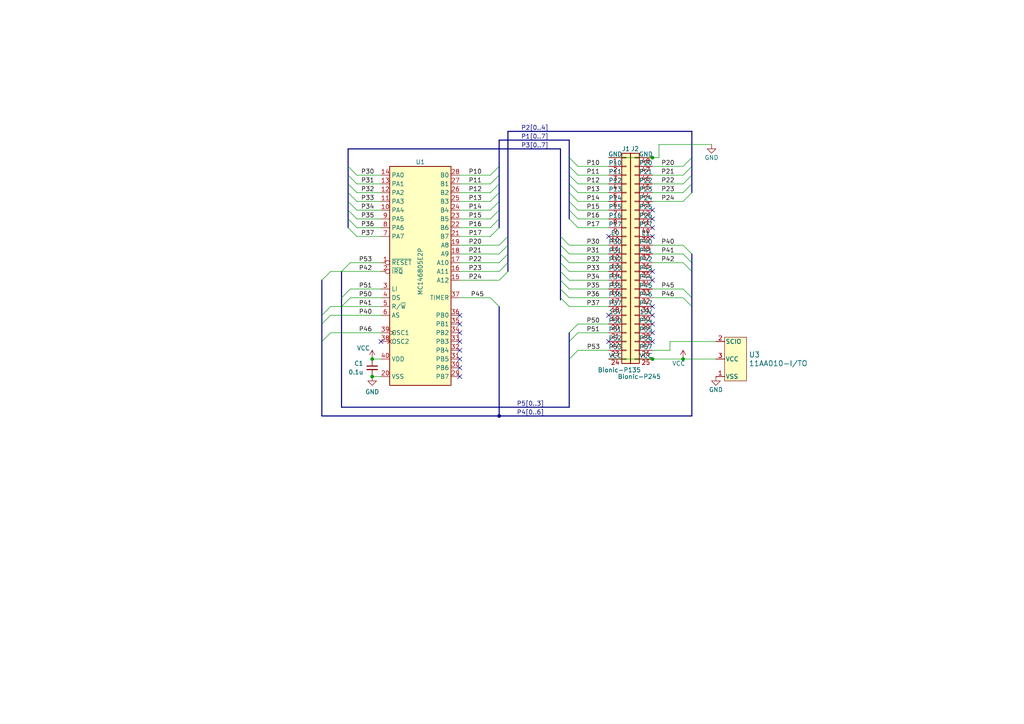
<source format=kicad_sch>
(kicad_sch (version 20230121) (generator eeschema)
  (paper "A4")
  (title_block (title "BionicMC146805E2") (date "2024-03-16") (rev "5") (company "Tadashi G. Takaoka"))
  (lib_symbols
    (symbol "0-LocalLibrary:11AA010-I_TO" (pin_names (offset 0.254))
      (property "Reference" "U" (at 2.54 1.27 0))
      (property "Value" "11AA010-I/TO" (at 3.81 -13.97 0))
      (symbol "11AA010-I_TO_1_1"
        (rectangle (start 0 0) (end 6.35 -12.7) (fill (type background)))
        (pin power_in line (at -2.54 -11.43 0) (length 2.54) (name "VSS") (number "1"))
        (pin bidirectional line (at -2.54 -1.27 0) (length 2.54) (name "SCIO") (number "2"))
        (pin power_in line (at -2.54 -6.35 0) (length 2.54) (name "VCC") (number "3"))
      )
    )
    (symbol "0-LocalLibrary:Bionic-P135" (pin_names (offset 0))
      (property "Reference" "J" (at 0 30.48 0))
      (property "Value" "Bionic-P135" (at -1.27 -33.02 0))
      (symbol "Bionic-P135_1_1"
        (rectangle (start -1.27 -30.353) (end 0 -30.607) (stroke (width 0.1524)))
        (rectangle (start -1.27 -27.813) (end 0 -28.067) (stroke (width 0.1524)))
        (rectangle (start -1.27 -25.273) (end 0 -25.527) (stroke (width 0.1524)))
        (rectangle (start -1.27 -22.733) (end 0 -22.987) (stroke (width 0.1524)))
        (rectangle (start -1.27 -20.193) (end 0 -20.447) (stroke (width 0.1524)))
        (rectangle (start -1.27 -17.653) (end 0 -17.907) (stroke (width 0.1524)))
        (rectangle (start -1.27 -15.113) (end 0 -15.367) (stroke (width 0.1524)))
        (rectangle (start -1.27 -12.573) (end 0 -12.827) (stroke (width 0.1524)))
        (rectangle (start -1.27 -10.033) (end 0 -10.287) (stroke (width 0.1524)))
        (rectangle (start -1.27 -7.493) (end 0 -7.747) (stroke (width 0.1524)))
        (rectangle (start -1.27 -4.953) (end 0 -5.207) (stroke (width 0.1524)))
        (rectangle (start -1.27 -2.413) (end 0 -2.667) (stroke (width 0.1524)))
        (rectangle (start -1.27 0.127) (end 0 -0.127) (stroke (width 0.1524)))
        (rectangle (start -1.27 2.667) (end 0 2.413) (stroke (width 0.1524)))
        (rectangle (start -1.27 5.207) (end 0 4.953) (stroke (width 0.1524)))
        (rectangle (start -1.27 7.747) (end 0 7.493) (stroke (width 0.1524)))
        (rectangle (start -1.27 10.287) (end 0 10.033) (stroke (width 0.1524)))
        (rectangle (start -1.27 12.827) (end 0 12.573) (stroke (width 0.1524)))
        (rectangle (start -1.27 15.367) (end 0 15.113) (stroke (width 0.1524)))
        (rectangle (start -1.27 17.907) (end 0 17.653) (stroke (width 0.1524)))
        (rectangle (start -1.27 20.447) (end 0 20.193) (stroke (width 0.1524)))
        (rectangle (start -1.27 22.987) (end 0 22.733) (stroke (width 0.1524)))
        (rectangle (start -1.27 25.527) (end 0 25.273) (stroke (width 0.1524)))
        (rectangle (start -1.27 28.067) (end 0 27.813) (stroke (width 0.1524)))
        (rectangle (start -1.27 29.21) (end 1.27 -31.75) (stroke (width 0.254)) (fill (type background)))
        (pin power_out line (at -5.08 27.94 0) (length 3.81) (name "GND") (number "1"))
        (pin bidirectional line (at -5.08 5.08 0) (length 3.81) (name "E0") (number "10"))
        (pin bidirectional line (at -5.08 2.54 0) (length 3.81) (name "P30") (number "11"))
        (pin bidirectional line (at -5.08 0 0) (length 3.81) (name "P31") (number "12"))
        (pin bidirectional line (at -5.08 -2.54 0) (length 3.81) (name "P32") (number "13"))
        (pin bidirectional line (at -5.08 -5.08 0) (length 3.81) (name "P33") (number "14"))
        (pin bidirectional line (at -5.08 -7.62 0) (length 3.81) (name "P34") (number "15"))
        (pin bidirectional line (at -5.08 -10.16 0) (length 3.81) (name "P35") (number "16"))
        (pin bidirectional line (at -5.08 -12.7 0) (length 3.81) (name "P36") (number "17"))
        (pin bidirectional line (at -5.08 -15.24 0) (length 3.81) (name "P37") (number "18"))
        (pin power_out line (at -5.08 -17.78 0) (length 3.81) (name "15V") (number "19"))
        (pin bidirectional line (at -5.08 25.4 0) (length 3.81) (name "P10") (number "2"))
        (pin bidirectional line (at -5.08 -20.32 0) (length 3.81) (name "P50") (number "20"))
        (pin bidirectional line (at -5.08 -22.86 0) (length 3.81) (name "P51") (number "21"))
        (pin bidirectional line (at -5.08 -25.4 0) (length 3.81) (name "P52") (number "22"))
        (pin bidirectional line (at -5.08 -27.94 0) (length 3.81) (name "P53") (number "23"))
        (pin power_out line (at -5.08 -30.48 0) (length 3.81) (name "VCC") (number "24"))
        (pin bidirectional line (at -5.08 22.86 0) (length 3.81) (name "P11") (number "3"))
        (pin bidirectional line (at -5.08 20.32 0) (length 3.81) (name "P12") (number "4"))
        (pin bidirectional line (at -5.08 17.78 0) (length 3.81) (name "P13") (number "5"))
        (pin bidirectional line (at -5.08 15.24 0) (length 3.81) (name "P14") (number "6"))
        (pin bidirectional line (at -5.08 12.7 0) (length 3.81) (name "P15") (number "7"))
        (pin bidirectional line (at -5.08 10.16 0) (length 3.81) (name "P16") (number "8"))
        (pin bidirectional line (at -5.08 7.62 0) (length 3.81) (name "P17") (number "9"))
      )
    )
    (symbol "0-LocalLibrary:Bionic-P245" (pin_names (offset 0))
      (property "Reference" "J" (at -3.81 30.48 0))
      (property "Value" "Bionic-P245" (at -1.27 -33.02 0))
      (symbol "Bionic-P245_1_1"
        (rectangle (start -5.08 -31.75) (end -2.54 29.21) (stroke (width 0.254)) (fill (type background)))
        (rectangle (start -3.81 -30.607) (end -2.54 -30.353) (stroke (width 0.1524)))
        (rectangle (start -3.81 -28.067) (end -2.54 -27.813) (stroke (width 0.1524)))
        (rectangle (start -3.81 -25.527) (end -2.54 -25.273) (stroke (width 0.1524)))
        (rectangle (start -3.81 -22.987) (end -2.54 -22.733) (stroke (width 0.1524)))
        (rectangle (start -3.81 -20.447) (end -2.54 -20.193) (stroke (width 0.1524)))
        (rectangle (start -3.81 -17.907) (end -2.54 -17.653) (stroke (width 0.1524)))
        (rectangle (start -3.81 -15.367) (end -2.54 -15.113) (stroke (width 0.1524)))
        (rectangle (start -3.81 -12.827) (end -2.54 -12.573) (stroke (width 0.1524)))
        (rectangle (start -3.81 -10.287) (end -2.54 -10.033) (stroke (width 0.1524)))
        (rectangle (start -3.81 -7.747) (end -2.54 -7.493) (stroke (width 0.1524)))
        (rectangle (start -3.81 -5.207) (end -2.54 -4.953) (stroke (width 0.1524)))
        (rectangle (start -3.81 -2.667) (end -2.54 -2.413) (stroke (width 0.1524)))
        (rectangle (start -3.81 -0.127) (end -2.54 0.127) (stroke (width 0.1524)))
        (rectangle (start -3.81 2.413) (end -2.54 2.667) (stroke (width 0.1524)))
        (rectangle (start -3.81 4.953) (end -2.54 5.207) (stroke (width 0.1524)))
        (rectangle (start -3.81 7.493) (end -2.54 7.747) (stroke (width 0.1524)))
        (rectangle (start -3.81 10.033) (end -2.54 10.287) (stroke (width 0.1524)))
        (rectangle (start -3.81 12.573) (end -2.54 12.827) (stroke (width 0.1524)))
        (rectangle (start -3.81 15.113) (end -2.54 15.367) (stroke (width 0.1524)))
        (rectangle (start -3.81 17.653) (end -2.54 17.907) (stroke (width 0.1524)))
        (rectangle (start -3.81 20.193) (end -2.54 20.447) (stroke (width 0.1524)))
        (rectangle (start -3.81 22.733) (end -2.54 22.987) (stroke (width 0.1524)))
        (rectangle (start -3.81 25.273) (end -2.54 25.527) (stroke (width 0.1524)))
        (rectangle (start -3.81 27.813) (end -2.54 28.067) (stroke (width 0.1524)))
        (pin power_in line (at 1.27 -30.48 180) (length 3.81) (name "VCC") (number "25"))
        (pin bidirectional line (at 1.27 -27.94 180) (length 3.81) (name "P57") (number "26"))
        (pin bidirectional line (at 1.27 -25.4 180) (length 3.81) (name "P56") (number "27"))
        (pin bidirectional line (at 1.27 -22.86 180) (length 3.81) (name "P55") (number "28"))
        (pin bidirectional line (at 1.27 -20.32 180) (length 3.81) (name "P54") (number "29"))
        (pin power_in line (at 1.27 -17.78 180) (length 3.81) (name "15V") (number "30"))
        (pin bidirectional line (at 1.27 -15.24 180) (length 3.81) (name "P47") (number "31"))
        (pin bidirectional line (at 1.27 -12.7 180) (length 3.81) (name "P46") (number "32"))
        (pin bidirectional line (at 1.27 -10.16 180) (length 3.81) (name "P45") (number "33"))
        (pin bidirectional line (at 1.27 -7.62 180) (length 3.81) (name "P44") (number "34"))
        (pin bidirectional line (at 1.27 -5.08 180) (length 3.81) (name "P43") (number "35"))
        (pin bidirectional line (at 1.27 -2.54 180) (length 3.81) (name "P42") (number "36"))
        (pin bidirectional line (at 1.27 0 180) (length 3.81) (name "P41") (number "37"))
        (pin bidirectional line (at 1.27 2.54 180) (length 3.81) (name "P40") (number "38"))
        (pin bidirectional line (at 1.27 5.08 180) (length 3.81) (name "E1") (number "39"))
        (pin bidirectional line (at 1.27 7.62 180) (length 3.81) (name "P27") (number "40"))
        (pin bidirectional line (at 1.27 10.16 180) (length 3.81) (name "P26") (number "41"))
        (pin bidirectional line (at 1.27 12.7 180) (length 3.81) (name "P25") (number "42"))
        (pin bidirectional line (at 1.27 15.24 180) (length 3.81) (name "P24") (number "43"))
        (pin bidirectional line (at 1.27 17.78 180) (length 3.81) (name "P23") (number "44"))
        (pin bidirectional line (at 1.27 20.32 180) (length 3.81) (name "P22") (number "45"))
        (pin bidirectional line (at 1.27 22.86 180) (length 3.81) (name "P21") (number "46"))
        (pin bidirectional line (at 1.27 25.4 180) (length 3.81) (name "P20") (number "47"))
        (pin power_in line (at 1.27 27.94 180) (length 3.81) (name "GND") (number "48"))
      )
    )
    (symbol "0-LocalLibrary:MC146805E2P"
      (property "Reference" "U" (at -1.27 31.75 0))
      (property "Value" "MC146805E2P" (at 0 -8.89 90))
      (symbol "MC146805E2P_0_1"
        (rectangle (start -8.89 -33.02) (end 8.89 30.48) (stroke (width 0.254)) (fill (type background)))
      )
      (symbol "MC146805E2P_1_1"
        (pin input inverted (at -11.43 2.54 0) (length 2.54) (name "~{RESET}") (number "1"))
        (pin bidirectional line (at -11.43 17.78 0) (length 2.54) (name "PA4") (number "10"))
        (pin bidirectional line (at -11.43 20.32 0) (length 2.54) (name "PA3") (number "11"))
        (pin bidirectional line (at -11.43 22.86 0) (length 2.54) (name "PA2") (number "12"))
        (pin bidirectional line (at -11.43 25.4 0) (length 2.54) (name "PA1") (number "13"))
        (pin bidirectional line (at -11.43 27.94 0) (length 2.54) (name "PA0") (number "14"))
        (pin output line (at 11.43 -2.54 180) (length 2.54) (name "A12") (number "15"))
        (pin output line (at 11.43 0 180) (length 2.54) (name "A11") (number "16"))
        (pin output line (at 11.43 2.54 180) (length 2.54) (name "A10") (number "17"))
        (pin output line (at 11.43 5.08 180) (length 2.54) (name "A9") (number "18"))
        (pin output line (at 11.43 7.62 180) (length 2.54) (name "A8") (number "19"))
        (pin input inverted (at -11.43 0 0) (length 2.54) (name "~{IRQ}") (number "2"))
        (pin power_in line (at -11.43 -30.48 0) (length 2.54) (name "VSS") (number "20"))
        (pin bidirectional line (at 11.43 10.16 180) (length 2.54) (name "B7") (number "21"))
        (pin bidirectional line (at 11.43 12.7 180) (length 2.54) (name "B6") (number "22"))
        (pin bidirectional line (at 11.43 15.24 180) (length 2.54) (name "B5") (number "23"))
        (pin bidirectional line (at 11.43 17.78 180) (length 2.54) (name "B4") (number "24"))
        (pin bidirectional line (at 11.43 20.32 180) (length 2.54) (name "B3") (number "25"))
        (pin bidirectional line (at 11.43 22.86 180) (length 2.54) (name "B2") (number "26"))
        (pin bidirectional line (at 11.43 25.4 180) (length 2.54) (name "B1") (number "27"))
        (pin bidirectional line (at 11.43 27.94 180) (length 2.54) (name "B0") (number "28"))
        (pin bidirectional line (at 11.43 -30.48 180) (length 2.54) (name "PB7") (number "29"))
        (pin output line (at -11.43 -5.08 0) (length 2.54) (name "LI") (number "3"))
        (pin bidirectional line (at 11.43 -27.94 180) (length 2.54) (name "PB6") (number "30"))
        (pin bidirectional line (at 11.43 -25.4 180) (length 2.54) (name "PB5") (number "31"))
        (pin bidirectional line (at 11.43 -22.86 180) (length 2.54) (name "PB4") (number "32"))
        (pin bidirectional line (at 11.43 -20.32 180) (length 2.54) (name "PB3") (number "33"))
        (pin bidirectional line (at 11.43 -17.78 180) (length 2.54) (name "PB2") (number "34"))
        (pin bidirectional line (at 11.43 -15.24 180) (length 2.54) (name "PB1") (number "35"))
        (pin bidirectional line (at 11.43 -12.7 180) (length 2.54) (name "PB0") (number "36"))
        (pin input line (at 11.43 -7.62 180) (length 2.54) (name "TIMER") (number "37"))
        (pin output non_logic (at -11.43 -20.32 0) (length 2.54) (name "OSC2") (number "38"))
        (pin input clock (at -11.43 -17.78 0) (length 2.54) (name "OSC1") (number "39"))
        (pin output line (at -11.43 -7.62 0) (length 2.54) (name "DS") (number "4"))
        (pin power_in line (at -11.43 -25.4 0) (length 2.54) (name "VDD") (number "40"))
        (pin output line (at -11.43 -10.16 0) (length 2.54) (name "R/~{W}") (number "5"))
        (pin output line (at -11.43 -12.7 0) (length 2.54) (name "AS") (number "6"))
        (pin bidirectional line (at -11.43 10.16 0) (length 2.54) (name "PA7") (number "7"))
        (pin bidirectional line (at -11.43 12.7 0) (length 2.54) (name "PA6") (number "8"))
        (pin bidirectional line (at -11.43 15.24 0) (length 2.54) (name "PA5") (number "9"))
      )
    )
    (symbol "Device:C_Small" (pin_numbers hide) (pin_names (offset 0.254) hide)
      (property "Reference" "C" (at 0.254 1.778 0))
      (property "Value" "C_Small" (at 0.254 -2.032 0))
      (symbol "C_Small_0_1"
        (polyline (pts (xy -1.524 -0.508) (xy 1.524 -0.508)) (stroke (width 0.3302)))
        (polyline (pts (xy -1.524 0.508) (xy 1.524 0.508)) (stroke (width 0.3048)))
      )
      (symbol "C_Small_1_1"
        (pin passive line (at 0 2.54 270) (length 2.032) (name "~") (number "1"))
        (pin passive line (at 0 -2.54 90) (length 2.032) (name "~") (number "2"))
      )
    )
    (symbol "GND_1" (power) (pin_names (offset 0))
      (property "Value" "GND_1" (at 0 -3.81 0))
      (symbol "GND_1_0_1"
        (polyline (pts (xy 0 0) (xy 0 -1.27) (xy 1.27 -1.27) (xy 0 -2.54) (xy -1.27 -1.27) (xy 0 -1.27)))
      )
      (symbol "GND_1_1_1"
        (pin power_in line (at 0 0 270) (length 0) hide (name "GND") (number "1"))
      )
    )
    (symbol "VCC_1" (power) (pin_names (offset 0))
      (property "Value" "VCC_1" (at 0 3.81 0))
      (symbol "VCC_1_0_1"
        (polyline (pts (xy -0.762 1.27) (xy 0 2.54)))
        (polyline (pts (xy 0 0) (xy 0 2.54)))
        (polyline (pts (xy 0 2.54) (xy 0.762 1.27)))
      )
      (symbol "VCC_1_1_1"
        (pin power_in line (at 0 0 90) (length 0) hide (name "VCC") (number "1"))
      )
    )
  )
  (junction (at 107.95 109.22))
  (junction (at 198.12 104.14))
  (junction (at 189.23 104.14))
  (junction (at 189.23 45.72))
  (junction (at 144.78 120.65))
  (junction (at 107.95 104.14))
  (no_connect (at 176.53 99.06))
  (no_connect (at 189.23 66.04))
  (no_connect (at 133.35 101.6))
  (no_connect (at 189.23 93.98))
  (no_connect (at 110.49 99.06))
  (no_connect (at 133.35 96.52))
  (no_connect (at 133.35 109.22))
  (no_connect (at 189.23 96.52))
  (no_connect (at 189.23 60.96))
  (no_connect (at 176.53 91.44))
  (no_connect (at 189.23 91.44))
  (no_connect (at 189.23 88.9))
  (no_connect (at 189.23 78.74))
  (no_connect (at 189.23 63.5))
  (no_connect (at 133.35 104.14))
  (no_connect (at 133.35 99.06))
  (no_connect (at 133.35 91.44))
  (no_connect (at 176.53 68.58))
  (no_connect (at 189.23 81.28))
  (no_connect (at 189.23 99.06))
  (no_connect (at 133.35 93.98))
  (no_connect (at 189.23 68.58))
  (no_connect (at 133.35 106.68))
  (bus_entry (at 147.32 68.58) (size -2.54 2.54))
  (bus_entry (at 100.965 55.88) (size 2.54 2.54))
  (bus_entry (at 200.66 55.88) (size -2.54 2.54))
  (bus_entry (at 147.32 78.74) (size -2.54 2.54))
  (bus_entry (at 162.56 73.66) (size 2.54 2.54))
  (bus_entry (at 142.24 55.88) (size 2.54 -2.54))
  (bus_entry (at 167.64 55.88) (size -2.54 -2.54))
  (bus_entry (at 162.56 71.12) (size 2.54 2.54))
  (bus_entry (at 147.32 71.12) (size -2.54 2.54))
  (bus_entry (at 167.64 63.5) (size -2.54 -2.54))
  (bus_entry (at 162.56 68.58) (size 2.54 2.54))
  (bus_entry (at 100.965 66.04) (size 2.54 2.54))
  (bus_entry (at 101.6 86.36) (size -2.54 2.54))
  (bus_entry (at 167.64 60.96) (size -2.54 -2.54))
  (bus_entry (at 167.64 50.8) (size -2.54 -2.54))
  (bus_entry (at 142.24 53.34) (size 2.54 -2.54))
  (bus_entry (at 142.24 68.58) (size 2.54 -2.54))
  (bus_entry (at 198.12 76.2) (size 2.54 2.54))
  (bus_entry (at 100.965 63.5) (size 2.54 2.54))
  (bus_entry (at 167.64 53.34) (size -2.54 -2.54))
  (bus_entry (at 167.64 101.6) (size -2.54 2.54))
  (bus_entry (at 100.965 53.34) (size 2.54 2.54))
  (bus_entry (at 167.64 58.42) (size -2.54 -2.54))
  (bus_entry (at 101.6 83.82) (size -2.54 2.54))
  (bus_entry (at 147.32 73.66) (size -2.54 2.54))
  (bus_entry (at 142.24 58.42) (size 2.54 -2.54))
  (bus_entry (at 93.345 93.98) (size 2.54 -2.54))
  (bus_entry (at 167.64 93.98) (size -2.54 2.54))
  (bus_entry (at 100.965 60.96) (size 2.54 2.54))
  (bus_entry (at 100.965 48.26) (size 2.54 2.54))
  (bus_entry (at 142.24 63.5) (size 2.54 -2.54))
  (bus_entry (at 162.56 83.82) (size 2.54 2.54))
  (bus_entry (at 167.64 48.26) (size -2.54 -2.54))
  (bus_entry (at 167.64 96.52) (size -2.54 2.54))
  (bus_entry (at 93.345 81.28) (size 2.54 -2.54))
  (bus_entry (at 142.24 86.36) (size 2.54 2.54))
  (bus_entry (at 100.965 58.42) (size 2.54 2.54))
  (bus_entry (at 198.12 71.12) (size 2.54 2.54))
  (bus_entry (at 162.56 78.74) (size 2.54 2.54))
  (bus_entry (at 142.24 66.04) (size 2.54 -2.54))
  (bus_entry (at 198.12 83.82) (size 2.54 2.54))
  (bus_entry (at 147.32 76.2) (size -2.54 2.54))
  (bus_entry (at 162.56 76.2) (size 2.54 2.54))
  (bus_entry (at 93.345 99.06) (size 2.54 -2.54))
  (bus_entry (at 142.24 50.8) (size 2.54 -2.54))
  (bus_entry (at 200.66 45.72) (size -2.54 2.54))
  (bus_entry (at 200.66 48.26) (size -2.54 2.54))
  (bus_entry (at 200.66 53.34) (size -2.54 2.54))
  (bus_entry (at 200.66 50.8) (size -2.54 2.54))
  (bus_entry (at 101.6 76.2) (size -2.54 2.54))
  (bus_entry (at 100.965 50.8) (size 2.54 2.54))
  (bus_entry (at 142.24 60.96) (size 2.54 -2.54))
  (bus_entry (at 198.12 73.66) (size 2.54 2.54))
  (bus_entry (at 198.12 86.36) (size 2.54 2.54))
  (bus_entry (at 167.64 66.04) (size -2.54 -2.54))
  (bus_entry (at 93.345 91.44) (size 2.54 -2.54))
  (bus_entry (at 162.56 81.28) (size 2.54 2.54))
  (bus_entry (at 162.56 86.36) (size 2.54 2.54))
  (bus (pts (xy 162.56 86.36) (xy 162.56 86.995)))
  (wire (pts (xy 103.505 66.04) (xy 110.49 66.04)))
  (wire (pts (xy 165.1 88.9) (xy 176.53 88.9)))
  (bus (pts (xy 200.66 48.26) (xy 200.66 50.8)))
  (bus (pts (xy 165.1 55.88) (xy 165.1 58.42)))
  (bus (pts (xy 147.32 73.66) (xy 147.32 76.2)))
  (wire (pts (xy 103.505 68.58) (xy 110.49 68.58)))
  (wire (pts (xy 165.1 83.82) (xy 176.53 83.82)))
  (bus (pts (xy 144.78 50.8) (xy 144.78 53.34)))
  (wire (pts (xy 165.1 73.66) (xy 176.53 73.66)))
  (wire (pts (xy 165.1 76.2) (xy 176.53 76.2)))
  (bus (pts (xy 200.66 50.8) (xy 200.66 53.34)))
  (wire (pts (xy 189.23 48.26) (xy 198.12 48.26)))
  (bus (pts (xy 165.1 48.26) (xy 165.1 50.8)))
  (wire (pts (xy 133.35 78.74) (xy 144.78 78.74)))
  (bus (pts (xy 162.56 73.66) (xy 162.56 76.2)))
  (bus (pts (xy 147.32 76.2) (xy 147.32 78.74)))
  (wire (pts (xy 189.23 71.12) (xy 198.12 71.12)))
  (wire (pts (xy 189.23 73.66) (xy 198.12 73.66)))
  (bus (pts (xy 93.345 99.06) (xy 93.345 120.65)))
  (bus (pts (xy 200.66 86.36) (xy 200.66 88.9)))
  (wire (pts (xy 110.49 109.22) (xy 107.95 109.22)))
  (wire (pts (xy 189.23 104.14) (xy 198.12 104.14)))
  (wire (pts (xy 176.53 50.8) (xy 167.64 50.8)))
  (wire (pts (xy 107.95 104.14) (xy 110.49 104.14)))
  (wire (pts (xy 189.23 58.42) (xy 198.12 58.42)))
  (wire (pts (xy 99.06 88.9) (xy 110.49 88.9)))
  (bus (pts (xy 165.1 53.34) (xy 165.1 55.88)))
  (bus (pts (xy 165.1 58.42) (xy 165.1 60.96)))
  (bus (pts (xy 100.965 63.5) (xy 100.965 60.96)))
  (wire (pts (xy 95.885 96.52) (xy 110.49 96.52)))
  (bus (pts (xy 100.965 60.96) (xy 100.965 58.42)))
  (wire (pts (xy 101.6 86.36) (xy 110.49 86.36)))
  (wire (pts (xy 103.505 60.96) (xy 110.49 60.96)))
  (wire (pts (xy 176.53 48.26) (xy 167.64 48.26)))
  (wire (pts (xy 133.35 86.36) (xy 142.24 86.36)))
  (bus (pts (xy 147.32 38.1) (xy 147.32 68.58)))
  (bus (pts (xy 162.56 78.74) (xy 162.56 81.28)))
  (wire (pts (xy 198.12 104.14) (xy 207.645 104.14)))
  (wire (pts (xy 165.1 71.12) (xy 176.53 71.12)))
  (wire (pts (xy 133.35 71.12) (xy 144.78 71.12)))
  (wire (pts (xy 103.505 58.42) (xy 110.49 58.42)))
  (wire (pts (xy 165.1 86.36) (xy 176.53 86.36)))
  (wire (pts (xy 95.885 88.9) (xy 99.06 88.9)))
  (wire (pts (xy 189.23 45.72) (xy 191.135 45.72)))
  (wire (pts (xy 189.23 86.36) (xy 198.12 86.36)))
  (wire (pts (xy 191.135 41.91) (xy 206.375 41.91)))
  (wire (pts (xy 133.35 66.04) (xy 142.24 66.04)))
  (wire (pts (xy 176.53 66.04) (xy 167.64 66.04)))
  (bus (pts (xy 162.56 68.58) (xy 162.56 71.12)))
  (bus (pts (xy 165.1 50.8) (xy 165.1 53.34)))
  (bus (pts (xy 200.66 78.74) (xy 200.66 86.36)))
  (bus (pts (xy 100.965 53.34) (xy 100.965 50.8)))
  (bus (pts (xy 165.1 99.06) (xy 165.1 104.14)))
  (bus (pts (xy 99.06 86.36) (xy 99.06 88.9)))
  (bus (pts (xy 99.06 78.74) (xy 99.06 86.36)))
  (wire (pts (xy 189.23 55.88) (xy 198.12 55.88)))
  (wire (pts (xy 133.35 81.28) (xy 144.78 81.28)))
  (bus (pts (xy 200.66 53.34) (xy 200.66 55.88)))
  (wire (pts (xy 133.35 76.2) (xy 144.78 76.2)))
  (wire (pts (xy 191.135 41.91) (xy 191.135 45.72)))
  (bus (pts (xy 165.1 96.52) (xy 165.1 99.06)))
  (bus (pts (xy 162.56 83.82) (xy 162.56 86.36)))
  (bus (pts (xy 100.965 50.8) (xy 100.965 48.26)))
  (wire (pts (xy 176.53 101.6) (xy 167.64 101.6)))
  (bus (pts (xy 144.78 58.42) (xy 144.78 60.96)))
  (bus (pts (xy 200.66 88.9) (xy 200.66 120.65)))
  (wire (pts (xy 189.23 76.2) (xy 198.12 76.2)))
  (wire (pts (xy 133.35 63.5) (xy 142.24 63.5)))
  (bus (pts (xy 147.32 38.1) (xy 200.66 38.1)))
  (bus (pts (xy 165.1 40.64) (xy 165.1 45.72)))
  (wire (pts (xy 110.49 76.2) (xy 101.6 76.2)))
  (wire (pts (xy 189.23 53.34) (xy 198.12 53.34)))
  (bus (pts (xy 162.56 43.18) (xy 162.56 68.58)))
  (wire (pts (xy 176.53 45.72) (xy 189.23 45.72)))
  (bus (pts (xy 144.78 40.64) (xy 144.78 48.26)))
  (bus (pts (xy 93.345 81.28) (xy 93.345 91.44)))
  (bus (pts (xy 144.78 40.64) (xy 165.1 40.64)))
  (wire (pts (xy 176.53 55.88) (xy 167.64 55.88)))
  (wire (pts (xy 176.53 93.98) (xy 167.64 93.98)))
  (wire (pts (xy 189.23 83.82) (xy 198.12 83.82)))
  (bus (pts (xy 144.78 48.26) (xy 144.78 50.8)))
  (wire (pts (xy 103.505 55.88) (xy 110.49 55.88)))
  (bus (pts (xy 200.66 76.2) (xy 200.66 78.74)))
  (bus (pts (xy 147.32 71.12) (xy 147.32 73.66)))
  (wire (pts (xy 176.53 104.14) (xy 189.23 104.14)))
  (wire (pts (xy 133.35 55.88) (xy 142.24 55.88)))
  (wire (pts (xy 95.885 91.44) (xy 110.49 91.44)))
  (bus (pts (xy 100.965 55.88) (xy 100.965 53.34)))
  (bus (pts (xy 99.06 88.9) (xy 99.06 118.11)))
  (bus (pts (xy 144.78 63.5) (xy 144.78 66.04)))
  (wire (pts (xy 176.53 96.52) (xy 167.64 96.52)))
  (wire (pts (xy 95.885 78.74) (xy 99.06 78.74)))
  (bus (pts (xy 165.1 104.14) (xy 165.1 118.11)))
  (bus (pts (xy 93.345 120.65) (xy 144.78 120.65)))
  (wire (pts (xy 133.35 68.58) (xy 142.24 68.58)))
  (bus (pts (xy 144.78 120.65) (xy 200.66 120.65)))
  (bus (pts (xy 144.78 60.96) (xy 144.78 63.5)))
  (wire (pts (xy 99.06 78.74) (xy 110.49 78.74)))
  (wire (pts (xy 133.35 53.34) (xy 142.24 53.34)))
  (wire (pts (xy 133.35 58.42) (xy 142.24 58.42)))
  (bus (pts (xy 147.32 68.58) (xy 147.32 71.12)))
  (bus (pts (xy 200.66 38.1) (xy 200.66 45.72)))
  (bus (pts (xy 99.06 118.11) (xy 165.1 118.11)))
  (wire (pts (xy 103.505 53.34) (xy 110.49 53.34)))
  (wire (pts (xy 176.53 60.96) (xy 167.64 60.96)))
  (wire (pts (xy 101.6 83.82) (xy 110.49 83.82)))
  (wire (pts (xy 176.53 53.34) (xy 167.64 53.34)))
  (bus (pts (xy 144.78 53.34) (xy 144.78 55.88)))
  (bus (pts (xy 100.965 43.18) (xy 162.56 43.18)))
  (bus (pts (xy 100.965 58.42) (xy 100.965 55.88)))
  (wire (pts (xy 194.31 99.06) (xy 207.645 99.06)))
  (bus (pts (xy 100.965 66.04) (xy 100.965 63.5)))
  (bus (pts (xy 144.78 55.88) (xy 144.78 58.42)))
  (wire (pts (xy 189.23 101.6) (xy 194.31 101.6)))
  (bus (pts (xy 200.66 45.72) (xy 200.66 48.26)))
  (wire (pts (xy 133.35 60.96) (xy 142.24 60.96)))
  (wire (pts (xy 133.35 50.8) (xy 142.24 50.8)))
  (bus (pts (xy 162.56 71.12) (xy 162.56 73.66)))
  (bus (pts (xy 162.56 81.28) (xy 162.56 83.82)))
  (wire (pts (xy 176.53 63.5) (xy 167.64 63.5)))
  (bus (pts (xy 144.78 88.9) (xy 144.78 120.65)))
  (bus (pts (xy 93.345 93.98) (xy 93.345 99.06)))
  (bus (pts (xy 165.1 45.72) (xy 165.1 48.26)))
  (wire (pts (xy 165.1 78.74) (xy 176.53 78.74)))
  (wire (pts (xy 103.505 63.5) (xy 110.49 63.5)))
  (bus (pts (xy 200.66 73.66) (xy 200.66 76.2)))
  (wire (pts (xy 194.31 101.6) (xy 194.31 99.06)))
  (wire (pts (xy 176.53 58.42) (xy 167.64 58.42)))
  (bus (pts (xy 165.1 60.96) (xy 165.1 63.5)))
  (wire (pts (xy 165.1 81.28) (xy 176.53 81.28)))
  (wire (pts (xy 133.35 73.66) (xy 144.78 73.66)))
  (wire (pts (xy 189.23 50.8) (xy 198.12 50.8)))
  (wire (pts (xy 103.505 50.8) (xy 110.49 50.8)))
  (bus (pts (xy 100.965 48.26) (xy 100.965 43.18)))
  (bus (pts (xy 162.56 76.2) (xy 162.56 78.74)))
  (bus (pts (xy 93.345 91.44) (xy 93.345 93.98)))
  (label "P11" (at 173.99 50.8 180))
  (label "P42" (at 107.95 78.74 180))
  (label "P16" (at 173.99 63.5 180))
  (label "P37" (at 173.99 88.9 180))
  (label "P23" (at 135.89 78.74 0))
  (label "P42" (at 191.77 76.2 0))
  (label "P10" (at 173.99 48.26 180))
  (label "P24" (at 135.89 81.28 0))
  (label "P17" (at 173.99 66.04 180))
  (label "P2[0..4]" (at 151.13 38.1 0))
  (label "P11" (at 135.89 53.34 0))
  (label "P17" (at 135.89 68.58 0))
  (label "P31" (at 173.99 73.66 180))
  (label "P35" (at 173.99 83.82 180))
  (label "P51" (at 107.95 83.82 180))
  (label "P45" (at 136.525 86.36 0))
  (label "P20" (at 135.89 71.12 0))
  (label "P10" (at 135.89 50.8 0))
  (label "P22" (at 135.89 76.2 0))
  (label "P16" (at 135.89 66.04 0))
  (label "P22" (at 191.77 53.34 0))
  (label "P14" (at 173.99 58.42 180))
  (label "P32" (at 173.99 76.2 180))
  (label "P34" (at 173.99 81.28 180))
  (label "P3[0..7]" (at 151.13 43.18 0))
  (label "P15" (at 135.89 63.5 0))
  (label "P50" (at 173.99 93.98 180))
  (label "P23" (at 191.77 55.88 0))
  (label "P32" (at 108.585 55.88 180))
  (label "P36" (at 108.585 66.04 180))
  (label "P53" (at 170.18 101.6 0))
  (label "P46" (at 191.77 86.36 0))
  (label "P4[0..6]" (at 149.86 120.65 0))
  (label "P40" (at 107.95 91.44 180))
  (label "P12" (at 173.99 53.34 180))
  (label "P36" (at 173.99 86.36 180))
  (label "P46" (at 107.95 96.52 180))
  (label "P13" (at 135.89 58.42 0))
  (label "P21" (at 191.77 50.8 0))
  (label "P53" (at 107.95 76.2 180))
  (label "P34" (at 108.585 60.96 180))
  (label "P20" (at 191.77 48.26 0))
  (label "P14" (at 135.89 60.96 0))
  (label "P41" (at 107.95 88.9 180))
  (label "P13" (at 173.99 55.88 180))
  (label "P12" (at 135.89 55.88 0))
  (label "P40" (at 191.77 71.12 0))
  (label "P1[0..7]" (at 151.13 40.64 0))
  (label "P33" (at 108.585 58.42 180))
  (label "P35" (at 108.585 63.5 180))
  (label "P15" (at 173.99 60.96 180))
  (label "P30" (at 108.585 50.8 180))
  (label "P41" (at 191.77 73.66 0))
  (label "P37" (at 108.585 68.58 180))
  (label "P21" (at 135.89 73.66 0))
  (label "P45" (at 191.77 83.82 0))
  (label "P30" (at 173.99 71.12 180))
  (label "P24" (at 191.77 58.42 0))
  (label "P33" (at 173.99 78.74 180))
  (label "P50" (at 107.95 86.36 180))
  (label "P31" (at 108.585 53.34 180))
  (label "P5[0..3]" (at 149.86 118.11 0))
  (label "P51" (at 173.99 96.52 180))
  (symbol (lib_id "Device:C_Small") (at 107.95 106.68 0) (mirror y) (unit 1)
    (property "Reference" "C1" (at 105.41 105.41 0) (effects (justify left)))
    (property "Value" "0.1u" (at 105.41 107.95 0) (effects (justify left)))
    (property "Footprint" "Capacitor_THT:C_Disc_D3.4mm_W2.1mm_P2.50mm" (effects hide))
  )
  (symbol (lib_id "0-LocalLibrary:MC146805E2P") (at 121.92 78.74 0) (unit 1)
    (property "Reference" "U1" (at 121.92 46.99 0))
    (property "Value" "MC146805E2P" (at 121.92 78.74 90))
    (property "Footprint" "Package_DIP:DIP-40_W15.24mm" (effects hide))
    (property "Datasheet" "https://www.datasheetarchive.com/pdf/download.php?id=8308749ebec04603691dcc4aa7c9e5d85c5a25&type=M&term=MC146805E2P" (effects hide))
  )
  (symbol (lib_name "GND_1") (lib_id "power:GND") (at 206.375 41.91 0) (unit 1)
    (property "Reference" "#PWR04" (effects hide))
    (property "Value" "GND" (at 206.375 45.72 0))
  )
  (symbol (lib_id "0-LocalLibrary:Bionic-P135") (at 181.61 73.66 0) (unit 1)
    (property "Reference" "J1" (at 180.34 43.18 0) (effects (justify left)))
    (property "Value" "Bionic-P135" (at 173.355 107.315 0) (effects (justify left)))
    (property "Footprint" "connector:Bionic-P135_Vertical" (effects hide))
  )
  (symbol (lib_id "0-LocalLibrary:11AA010-I_TO") (at 210.185 97.79 0) (unit 1)
    (property "Reference" "U3" (at 217.17 102.87 0) (effects (font (size 1.524 1.524)) (justify left)))
    (property "Value" "11AA010-I/TO" (at 217.17 105.41 0) (effects (font (size 1.524 1.524)) (justify left)))
    (property "Footprint" "TO-92_MC_MCH" (effects hide))
    (property "Datasheet" "11AA010-I/TO" (effects hide))
  )
  (symbol (lib_name "VCC_1") (lib_id "power:VCC") (at 198.12 104.14 0) (unit 1)
    (property "Reference" "#PWR07" (effects hide))
    (property "Value" "VCC" (at 196.85 105.41 0))
  )
  (symbol (lib_name "GND_1") (lib_id "power:GND") (at 207.645 109.22 0) (unit 1)
    (property "Reference" "#PWR08" (effects hide))
    (property "Value" "GND" (at 207.645 113.03 0))
  )
  (symbol (lib_name "VCC_1") (lib_id "power:VCC") (at 107.95 104.14 0) (unit 1)
    (property "Reference" "#PWR03" (effects hide))
    (property "Value" "VCC" (at 105.41 100.965 0))
  )
  (symbol (lib_id "0-LocalLibrary:Bionic-P245") (at 187.96 73.66 0) (unit 1)
    (property "Reference" "J2" (at 184.15 43.18 0))
    (property "Value" "Bionic-P245" (at 185.42 109.22 0))
    (property "Footprint" "connector:Bionic-P245_Vertical" (effects hide))
  )
  (symbol (lib_name "GND_1") (lib_id "power:GND") (at 107.95 109.22 0) (unit 1)
    (property "Reference" "#PWR05" (effects hide))
    (property "Value" "GND" (at 107.95 113.665 0))
  )
)
</source>
